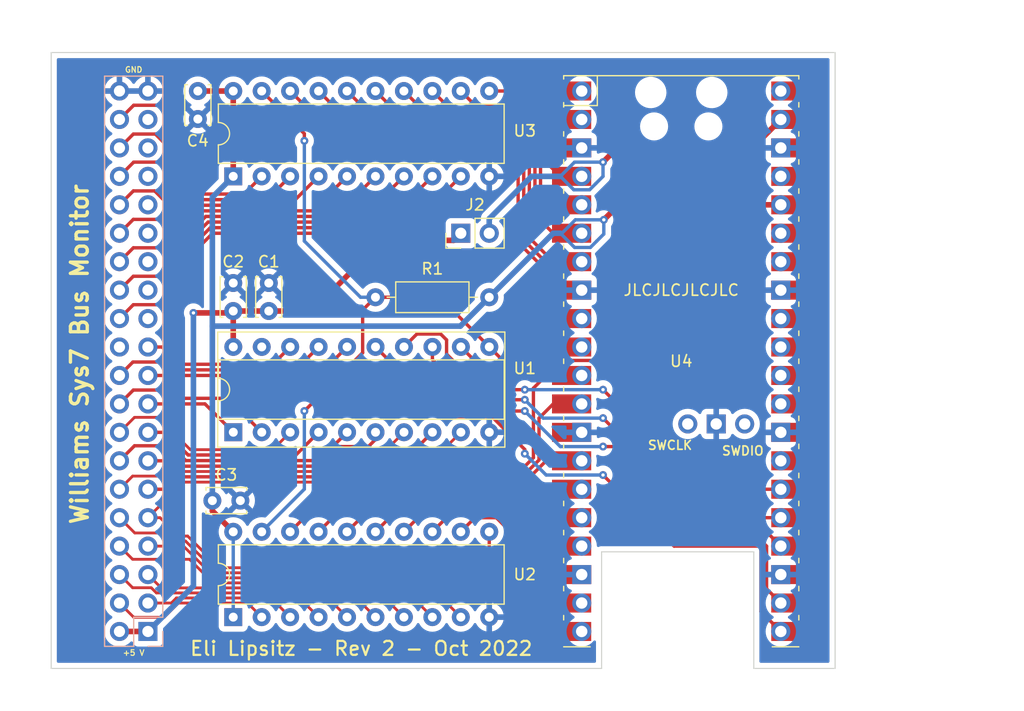
<source format=kicad_pcb>
(kicad_pcb (version 20211014) (generator pcbnew)
  (layers (0 "F.Cu" signal) (31 "B.Cu" power) (34 "B.Paste" user) (35 "F.Paste" user) (36 "B.SilkS" user "B.Silkscreen") (37 "F.SilkS" user "F.Silkscreen") (38 "B.Mask" user) (39 "F.Mask" user) (44 "Edge.Cuts" user))
  (net 0 "")
  (net 2 "/3V-A9")
  (net 3 "/3V-CLK")
  (net 4 "/3V-A7")
  (net 5 "/3V-A8")
  (net 6 "/3V-A5")
  (net 7 "/3V-A6")
  (net 8 "/3V-A2")
  (net 9 "/3V-A3")
  (net 10 "/3V-A4")
  (net 11 "/3V-D1")
  (net 13 "/3V-D0")
  (net 14 "GND")
  (net 15 "+5V")
  (net 16 "+3.3V")
  (net 17 "/3V-D2")
  (net 19 "/~{OE}")
  (net 20 "/3V-D3")
  (net 21 "/3V-D4")
  (net 22 "/3V-WREN")
  (net 23 "/3V-D5")
  (net 24 "/3V-D6")
  (net 25 "/3V-D7")
  (net 28 "/3V-A0")
  (net 29 "/3V-A1")
  (net 30 "/5V-A1")
  (net 31 "/5V-A0")
  (net 32 "/5V-A3")
  (net 33 "/5V-A2")
  (net 34 "/5V-A5")
  (net 35 "/5V-A4")
  (net 36 "/5V-A7")
  (net 37 "/5V-A6")
  (net 38 "/5V-A9")
  (net 39 "/5V-A8")
  (net 40 "/5V-A11")
  (net 41 "/5V-A10")
  (net 42 "/5V-A13")
  (net 43 "/5V-A12")
  (net 44 "/5V-A15")
  (net 45 "/5V-A14")
  (net 46 "/5V-CLK")
  (net 47 "/5V-R{slash}~{W}")
  (net 48 "/5V-VMA")
  (net 49 "/5V-~{RESET}")
  (net 51 "/5V-D0")
  (net 53 "/5V-D1")
  (net 55 "/5V-D2")
  (net 57 "/5V-D3")
  (net 59 "/5V-D4")
  (net 61 "/5V-D5")
  (net 63 "/5V-D6")
  (net 65 "/5V-D7")
  (net 73 "Net-(J2-Pad2)")
  (footprint "MCU_RaspberryPi_and_Boards:RPi_PicoW_SMD_TH" (layer "F.Cu") (at 100.965 92.71)
    (fp_text reference "U4")
    (fp_text value "Pico")
  )
  (footprint "Package_DIP:DIP-20_W7.62mm" (layer "F.Cu") (at 60.96 115.56 90)
    (fp_text reference "U2")
    (fp_text value "74LVC245A")
  )
  (footprint "Connector_PinHeader_2.54mm:PinHeader_1x02_P2.54mm_Vertical" (layer "F.Cu") (at 81.28 81.28 90)
    (fp_text reference "J2")
    (fp_text value "Conn_01x02")
  )
  (footprint "Package_DIP:DIP-20_W7.62mm" (layer "F.Cu") (at 60.96 76.2 90)
    (fp_text reference "U3")
    (fp_text value "74LVC245A")
  )
  (footprint "Capacitor_THT:C_Disc_D3.4mm_W2.1mm_P2.50mm" (layer "F.Cu") (at 57.8 68.58 -90)
    (fp_text reference "C4")
    (fp_text value "100n")
  )
  (footprint "Capacitor_THT:C_Disc_D3.4mm_W2.1mm_P2.50mm" (layer "F.Cu") (at 60.96 88.225 90)
    (fp_text reference "C2")
    (fp_text value "100n")
  )
  (footprint "Capacitor_THT:C_Disc_D3.4mm_W2.1mm_P2.50mm" (layer "F.Cu") (at 59.095 105.156)
    (fp_text reference "C3")
    (fp_text value "100n")
  )
  (footprint "Resistor_THT:R_Axial_DIN0207_L6.3mm_D2.5mm_P10.16mm_Horizontal" (layer "F.Cu") (at 83.82 86.995 180)
    (fp_text reference "R1")
    (fp_text value "10k")
  )
  (footprint "Package_DIP:DIP-20_W7.62mm_Socket" (layer "F.Cu") (at 60.965 99.05 90)
    (fp_text reference "U1")
    (fp_text value "GAL16V8")
  )
  (footprint "Capacitor_THT:C_Disc_D3.4mm_W2.1mm_P2.50mm" (layer "F.Cu") (at 64.135 88.225 90)
    (fp_text reference "C1")
    (fp_text value "100n")
  )
  (footprint "Connector_PinSocket_2.54mm:PinSocket_2x20_P2.54mm_Vertical" (layer "B.Cu") (at 53.34 116.84)
    (fp_text reference "J1")
    (fp_text value "Header")
  )
  (gr_line (start 44.704 65.142) (end 114.704 65.142) (layer "Edge.Cuts") (width 0.1))
  (gr_line (start 114.704 65.142) (end 114.704 120.142) (layer "Edge.Cuts") (width 0.1))
  (gr_line (start 114.704 120.142) (end 107.442 120.142) (layer "Edge.Cuts") (width 0.1))
  (gr_line (start 93.853 120.142) (end 44.704 120.142) (layer "Edge.Cuts") (width 0.1))
  (gr_line (start 107.442 109.728) (end 107.442 120.142) (layer "Edge.Cuts") (width 0.1))
  (gr_line (start 93.853 109.728) (end 107.442 109.728) (layer "Edge.Cuts") (width 0.1))
  (gr_line (start 44.704 120.142) (end 44.704 65.142) (layer "Edge.Cuts") (width 0.1))
  (gr_line (start 93.853 120.142) (end 93.853 109.728) (layer "Edge.Cuts") (width 0.1))
  (gr_text "JLCJLCJLCJLC" (at 100.965 86.36) (layer "F.SilkS") (effects (font (size 1 1))))
  (gr_text "GND" (at 52.07 66.675) (layer "F.SilkS") (effects (font (size 0.5 0.5) (thickness 0.1))))
  (gr_text "+5 V" (at 52.07 118.745) (layer "F.SilkS") (effects (font (size 0.5 0.5) (thickness 0.1))))
  (gr_text "Eli Lipsitz - Rev 2 - Oct 2022" (at 72.39 118.364) (layer "F.SilkS") (effects (font (size 1.25 1.25) (thickness 0.2))))
  (gr_text "Williams Sys7 Bus Monitor" (at 47.244 92.075 90) (layer "F.SilkS") (effects (font (size 1.5 1.5) (thickness 0.3))))
  (segment (start 103.64 108.72) (end 108.085 108.72) (width 0.3) (layer "F.Cu") (net 2))
  (segment (start 78.745 92.56137) (end 83.33863 97.155) (width 0.3) (layer "F.Cu") (net 2))
  (segment (start 93.98 100.33) (end 95.25 100.33) (width 0.3) (layer "F.Cu") (net 2))
  (segment (start 95.25 100.33) (end 103.64 108.72) (width 0.3) (layer "F.Cu") (net 2))
  (segment (start 108.585 109.22) (end 108.585 113.03) (width 0.3) (layer "F.Cu") (net 2))
  (segment (start 83.33863 97.155) (end 86.995 97.155) (width 0.3) (layer "F.Cu") (net 2))
  (segment (start 108.585 113.03) (end 109.855 114.3) (width 0.3) (layer "F.Cu") (net 2))
  (segment (start 108.085 108.72) (end 108.585 109.22) (width 0.3) (layer "F.Cu") (net 2))
  (segment (start 78.745 91.43) (end 78.745 92.56137) (width 0.3) (layer "F.Cu") (net 2))
  (via (at 93.98 100.33) (size 0.7) (drill 0.3) (layers "F.Cu" "B.Cu") (net 2))
  (via (at 86.995 97.155) (size 0.7) (drill 0.3) (layers "F.Cu" "B.Cu") (net 2))
  (segment (start 86.995 97.155) (end 90.17 100.33) (width 0.3) (layer "B.Cu") (net 2))
  (segment (start 90.17 100.33) (end 93.98 100.33) (width 0.3) (layer "B.Cu") (net 2))
  (segment (start 76.205 91.43) (end 77.355 90.28) (width 0.3) (layer "F.Cu") (net 3))
  (segment (start 108.585 107.95) (end 109.855 109.22) (width 0.3) (layer "F.Cu") (net 3))
  (segment (start 77.355 90.28) (end 79.485 90.28) (width 0.3) (layer "F.Cu") (net 3))
  (segment (start 80.01 92.075) (end 84.084503 96.149503) (width 0.3) (layer "F.Cu") (net 3))
  (segment (start 93.98 97.79) (end 104.14 107.95) (width 0.3) (layer "F.Cu") (net 3))
  (segment (start 84.084503 96.149503) (end 86.995 96.149503) (width 0.3) (layer "F.Cu") (net 3))
  (segment (start 104.14 107.95) (end 108.585 107.95) (width 0.3) (layer "F.Cu") (net 3))
  (segment (start 80.01 90.805) (end 80.01 92.075) (width 0.3) (layer "F.Cu") (net 3))
  (segment (start 79.485 90.28) (end 80.01 90.805) (width 0.3) (layer "F.Cu") (net 3))
  (via (at 86.995 96.149503) (size 0.7) (drill 0.3) (layers "F.Cu" "B.Cu") (net 3))
  (via (at 93.98 97.79) (size 0.7) (drill 0.3) (layers "F.Cu" "B.Cu") (net 3))
  (segment (start 86.995 96.149503) (end 88.635497 97.79) (width 0.3) (layer "B.Cu") (net 3))
  (segment (start 88.635497 97.79) (end 93.98 97.79) (width 0.3) (layer "B.Cu") (net 3))
  (segment (start 88.265 116.205) (end 88.9 116.84) (width 0.3) (layer "F.Cu") (net 4))
  (segment (start 83.82 110.245) (end 88.265 114.69) (width 0.3) (layer "F.Cu") (net 4))
  (segment (start 88.265 114.69) (end 88.265 116.205) (width 0.3) (layer "F.Cu") (net 4))
  (segment (start 83.82 107.94) (end 83.82 110.245) (width 0.3) (layer "F.Cu") (net 4))
  (segment (start 88.9 116.84) (end 92.075 116.84) (width 0.3) (layer "F.Cu") (net 4))
  (segment (start 79.89 97.655) (end 84.056346 97.655) (width 0.3) (layer "F.Cu") (net 5))
  (segment (start 93.98 102.87) (end 100.33 109.22) (width 0.3) (layer "F.Cu") (net 5))
  (segment (start 108.085 109.427106) (end 108.085 115.07) (width 0.3) (layer "F.Cu") (net 5))
  (segment (start 108.085 115.07) (end 109.855 116.84) (width 0.3) (layer "F.Cu") (net 5))
  (segment (start 100.33 109.22) (end 107.877894 109.22) (width 0.3) (layer "F.Cu") (net 5))
  (segment (start 73.665 91.43) (end 79.89 97.655) (width 0.3) (layer "F.Cu") (net 5))
  (segment (start 86.995 100.593654) (end 86.995 100.965) (width 0.3) (layer "F.Cu") (net 5))
  (segment (start 107.877894 109.22) (end 108.085 109.427106) (width 0.3) (layer "F.Cu") (net 5))
  (segment (start 84.056346 97.655) (end 86.995 100.593654) (width 0.3) (layer "F.Cu") (net 5))
  (via (at 86.995 100.965) (size 0.7) (drill 0.3) (layers "F.Cu" "B.Cu") (net 5))
  (via (at 93.98 102.87) (size 0.7) (drill 0.3) (layers "F.Cu" "B.Cu") (net 5))
  (segment (start 86.995 100.965) (end 88.9 102.87) (width 0.3) (layer "B.Cu") (net 5))
  (segment (start 88.9 102.87) (end 93.98 102.87) (width 0.3) (layer "B.Cu") (net 5))
  (segment (start 80.5 106.18) (end 84.662106 106.18) (width 0.3) (layer "F.Cu") (net 6))
  (segment (start 84.662106 106.18) (end 87.702107 109.22) (width 0.3) (layer "F.Cu") (net 6))
  (segment (start 78.74 107.94) (end 80.5 106.18) (width 0.3) (layer "F.Cu") (net 6))
  (segment (start 87.702107 109.22) (end 92.075 109.22) (width 0.3) (layer "F.Cu") (net 6))
  (segment (start 85.883553 108.108553) (end 85.883553 111.601447) (width 0.3) (layer "F.Cu") (net 7))
  (segment (start 85.883553 111.601447) (end 88.582106 114.3) (width 0.3) (layer "F.Cu") (net 7))
  (segment (start 84.455 106.68) (end 85.883553 108.108553) (width 0.3) (layer "F.Cu") (net 7))
  (segment (start 88.582106 114.3) (end 92.075 114.3) (width 0.3) (layer "F.Cu") (net 7))
  (segment (start 82.54 106.68) (end 84.455 106.68) (width 0.3) (layer "F.Cu") (net 7))
  (segment (start 82.54 106.68) (end 81.28 107.94) (width 0.3) (layer "F.Cu") (net 7))
  (segment (start 71.12 107.94) (end 74.38 104.68) (width 0.3) (layer "F.Cu") (net 8))
  (segment (start 85.82 104.68) (end 88.9 101.6) (width 0.3) (layer "F.Cu") (net 8))
  (segment (start 88.9 101.6) (end 92.075 101.6) (width 0.3) (layer "F.Cu") (net 8))
  (segment (start 74.38 104.68) (end 85.82 104.68) (width 0.3) (layer "F.Cu") (net 8))
  (segment (start 87.225 105.18) (end 88.265 104.14) (width 0.3) (layer "F.Cu") (net 9))
  (segment (start 73.66 107.94) (end 76.42 105.18) (width 0.3) (layer "F.Cu") (net 9))
  (segment (start 76.42 105.18) (end 87.225 105.18) (width 0.3) (layer "F.Cu") (net 9))
  (segment (start 88.265 104.14) (end 92.075 104.14) (width 0.3) (layer "F.Cu") (net 9))
  (segment (start 84.869213 105.68) (end 85.869213 106.68) (width 0.3) (layer "F.Cu") (net 10))
  (segment (start 85.869213 106.68) (end 92.075 106.68) (width 0.3) (layer "F.Cu") (net 10))
  (segment (start 76.2 107.94) (end 78.46 105.68) (width 0.3) (layer "F.Cu") (net 10))
  (segment (start 78.46 105.68) (end 84.869213 105.68) (width 0.3) (layer "F.Cu") (net 10))
  (segment (start 87.63 69.85) (end 88.9 71.12) (width 0.3) (layer "F.Cu") (net 11))
  (segment (start 88.9 71.12) (end 92.075 71.12) (width 0.3) (layer "F.Cu") (net 11))
  (segment (start 82.55 69.85) (end 87.63 69.85) (width 0.3) (layer "F.Cu") (net 11))
  (segment (start 81.28 68.58) (end 82.55 69.85) (width 0.3) (layer "F.Cu") (net 11))
  (segment (start 83.82 68.58) (end 92.075 68.58) (width 0.3) (layer "F.Cu") (net 13))
  (segment (start 60.96 88.225) (end 64.135 88.225) (width 0.5) (layer "F.Cu") (net 15))
  (segment (start 64.135 88.225) (end 67.985 88.225) (width 0.5) (layer "F.Cu") (net 15))
  (segment (start 60.793 88.392) (end 60.96 88.225) (width 0.5) (layer "F.Cu") (net 15))
  (segment (start 57.404 88.392) (end 60.793 88.392) (width 0.5) (layer "F.Cu") (net 15))
  (segment (start 60.96 88.225) (end 60.96 91.425) (width 0.5) (layer "F.Cu") (net 15))
  (segment (start 67.985 88.225) (end 74.295 81.915) (width 0.5) (layer "F.Cu") (net 15))
  (segment (start 60.96 91.425) (end 60.965 91.43) (width 0.5) (layer "F.Cu") (net 15))
  (segment (start 50.8 116.84) (end 53.34 116.84) (width 0.5) (layer "F.Cu") (net 15))
  (segment (start 74.295 81.915) (end 80.645 81.915) (width 0.5) (layer "F.Cu") (net 15))
  (segment (start 80.645 81.915) (end 81.28 81.28) (width 0.5) (layer "F.Cu") (net 15))
  (via (at 57.404 88.392) (size 0.7) (drill 0.3) (layers "F.Cu" "B.Cu") (net 15))
  (segment (start 57.404 112.776) (end 57.404 88.392) (width 0.5) (layer "B.Cu") (net 15))
  (segment (start 53.34 116.84) (end 57.404 112.776) (width 0.5) (layer "B.Cu") (net 15))
  (segment (start 60.96 74.168) (end 60.96 68.58) (width 0.5) (layer "F.Cu") (net 16))
  (segment (start 95.39 78.74) (end 94.05 80.08) (width 0.5) (layer "F.Cu") (net 16))
  (segment (start 60.96 74.168) (end 60.96 76.2) (width 0.5) (layer "F.Cu") (net 16))
  (segment (start 59.095 106.075) (end 60.96 107.94) (width 0.5) (layer "F.Cu") (net 16))
  (segment (start 109.855 78.74) (end 95.39 78.74) (width 0.5) (layer "F.Cu") (net 16))
  (segment (start 59.095 105.156) (end 59.095 106.075) (width 0.5) (layer "F.Cu") (net 16))
  (segment (start 57.912 68.58) (end 60.96 68.58) (width 0.5) (layer "F.Cu") (net 16))
  (via (at 94.05 80.08) (size 0.7) (drill 0.3) (layers "F.Cu" "B.Cu") (net 16))
  (segment (start 89.535 81.28) (end 90.17 81.28) (width 0.5) (layer "B.Cu") (net 16))
  (segment (start 90.24 81.35) (end 91.51 80.08) (width 0.3) (layer "B.Cu") (net 16))
  (segment (start 91.51 80.08) (end 94.05 80.08) (width 0.3) (layer "B.Cu") (net 16))
  (segment (start 59.095 78.065) (end 59.095 89.575) (width 0.5) (layer "B.Cu") (net 16))
  (segment (start 59.095 89.575) (end 81.24 89.575) (width 0.5) (layer "B.Cu") (net 16))
  (segment (start 94.05 81.35) (end 94.05 80.08) (width 0.3) (layer "B.Cu") (net 16))
  (segment (start 93.415 81.985) (end 94.05 81.35) (width 0.3) (layer "B.Cu") (net 16))
  (segment (start 92.85 82.55) (end 93.415 81.985) (width 0.3) (layer "B.Cu") (net 16))
  (segment (start 81.24 89.575) (end 83.82 86.995) (width 0.5) (layer "B.Cu") (net 16))
  (segment (start 83.82 86.995) (end 89.535 81.28) (width 0.5) (layer "B.Cu") (net 16))
  (segment (start 91.44 82.55) (end 92.85 82.55) (width 0.3) (layer "B.Cu") (net 16))
  (segment (start 60.96 107.94) (end 60.96 115.56) (width 0.3) (layer "B.Cu") (net 16))
  (segment (start 59.095 89.575) (end 59.095 105.156) (width 0.5) (layer "B.Cu") (net 16))
  (segment (start 90.24 81.35) (end 91.44 82.55) (width 0.3) (layer "B.Cu") (net 16))
  (segment (start 60.96 76.2) (end 59.095 78.065) (width 0.5) (layer "B.Cu") (net 16))
  (segment (start 88.9 71.827106) (end 88.9 74.93) (width 0.3) (layer "F.Cu") (net 17))
  (segment (start 80.51 70.35) (end 87.422894 70.35) (width 0.3) (layer "F.Cu") (net 17))
  (segment (start 90.17 76.2) (end 92.075 76.2) (width 0.3) (layer "F.Cu") (net 17))
  (segment (start 87.422894 70.35) (end 88.9 71.827106) (width 0.3) (layer "F.Cu") (net 17))
  (segment (start 88.9 74.93) (end 90.17 76.2) (width 0.3) (layer "F.Cu") (net 17))
  (segment (start 78.74 68.58) (end 80.51 70.35) (width 0.3) (layer "F.Cu") (net 17))
  (segment (start 104.635 104.14) (end 109.855 104.14) (width 0.3) (layer "F.Cu") (net 19))
  (segment (start 83.825 91.43) (end 79.39 86.995) (width 0.3) (layer "F.Cu") (net 19))
  (segment (start 67.31 73.025) (end 67.31 72.39) (width 0.3) (layer "F.Cu") (net 19))
  (segment (start 67.31 72.39) (end 63.5 68.58) (width 0.3) (layer "F.Cu") (net 19))
  (segment (start 72.515 91.95) (end 72.515 88.14) (width 0.3) (layer "F.Cu") (net 19))
  (segment (start 85.035 92.64) (end 93.135 92.64) (width 0.3) (layer "F.Cu") (net 19))
  (segment (start 85.035 92.64) (end 83.825 91.43) (width 0.3) (layer "F.Cu") (net 19))
  (segment (start 72.515 88.14) (end 73.66 86.995) (width 0.3) (layer "F.Cu") (net 19))
  (segment (start 93.135 92.64) (end 104.635 104.14) (width 0.3) (layer "F.Cu") (net 19))
  (segment (start 67.31 97.155) (end 72.515 91.95) (width 0.3) (layer "F.Cu") (net 19))
  (segment (start 79.39 86.995) (end 73.66 86.995) (width 0.3) (layer "F.Cu") (net 19))
  (via (at 67.31 73.025) (size 0.7) (drill 0.3) (layers "F.Cu" "B.Cu") (net 19))
  (via (at 67.31 97.155) (size 0.7) (drill 0.3) (layers "F.Cu" "B.Cu") (net 19))
  (segment (start 63.5 107.94) (end 67.31 104.13) (width 0.3) (layer "B.Cu") (net 19))
  (segment (start 67.31 104.13) (end 67.31 97.155) (width 0.3) (layer "B.Cu") (net 19))
  (segment (start 67.31 81.9795) (end 67.31 73.025) (width 0.3) (layer "B.Cu") (net 19))
  (segment (start 72.3255 86.995) (end 73.66 86.995) (width 0.3) (layer "B.Cu") (net 19))
  (segment (start 67.31 81.9795) (end 72.3255 86.995) (width 0.3) (layer "B.Cu") (net 19))
  (segment (start 88.4 77.605) (end 89.535 78.74) (width 0.3) (layer "F.Cu") (net 20))
  (segment (start 88.4 72.034212) (end 88.4 77.605) (width 0.3) (layer "F.Cu") (net 20))
  (segment (start 76.2 68.58) (end 78.47 70.85) (width 0.3) (layer "F.Cu") (net 20))
  (segment (start 78.47 70.85) (end 87.215788 70.85) (width 0.3) (layer "F.Cu") (net 20))
  (segment (start 87.215788 70.85) (end 88.4 72.034212) (width 0.3) (layer "F.Cu") (net 20))
  (segment (start 87.008682 71.35) (end 87.9 72.241318) (width 0.3) (layer "F.Cu") (net 21))
  (segment (start 73.66 68.58) (end 76.43 71.35) (width 0.3) (layer "F.Cu") (net 21))
  (segment (start 76.43 71.35) (end 87.008682 71.35) (width 0.3) (layer "F.Cu") (net 21))
  (segment (start 87.9 72.241318) (end 87.9 79.645) (width 0.3) (layer "F.Cu") (net 21))
  (segment (start 87.9 79.645) (end 89.535 81.28) (width 0.3) (layer "F.Cu") (net 21))
  (segment (start 85.105 95.25) (end 86.995 95.25) (width 0.3) (layer "F.Cu") (net 22))
  (segment (start 103.577106 106.68) (end 109.855 106.68) (width 0.3) (layer "F.Cu") (net 22))
  (segment (start 93.98 95.25) (end 95.286053 96.556053) (width 0.3) (layer "F.Cu") (net 22))
  (segment (start 95.286053 98.388947) (end 103.577106 106.68) (width 0.3) (layer "F.Cu") (net 22))
  (segment (start 81.285 91.43) (end 85.105 95.25) (width 0.3) (layer "F.Cu") (net 22))
  (segment (start 95.286053 96.556053) (end 95.286053 98.388947) (width 0.3) (layer "F.Cu") (net 22))
  (via (at 93.98 95.25) (size 0.7) (drill 0.3) (layers "F.Cu" "B.Cu") (net 22))
  (via (at 86.995 95.25) (size 0.7) (drill 0.3) (layers "F.Cu" "B.Cu") (net 22))
  (segment (start 86.995 95.25) (end 93.98 95.25) (width 0.3) (layer "B.Cu") (net 22))
  (segment (start 87.4 81.685) (end 89.535 83.82) (width 0.3) (layer "F.Cu") (net 23))
  (segment (start 74.39 71.85) (end 86.801576 71.85) (width 0.3) (layer "F.Cu") (net 23))
  (segment (start 71.12 68.58) (end 74.39 71.85) (width 0.3) (layer "F.Cu") (net 23))
  (segment (start 86.801576 71.85) (end 87.4 72.448424) (width 0.3) (layer "F.Cu") (net 23))
  (segment (start 87.4 72.448424) (end 87.4 81.685) (width 0.3) (layer "F.Cu") (net 23))
  (segment (start 72.39 72.39) (end 86.36 72.39) (width 0.3) (layer "F.Cu") (net 24))
  (segment (start 88.9 88.265) (end 89.535 88.9) (width 0.3) (layer "F.Cu") (net 24))
  (segment (start 68.58 68.58) (end 72.39 72.39) (width 0.3) (layer "F.Cu") (net 24))
  (segment (start 86.36 72.39) (end 86.9 72.93) (width 0.3) (layer "F.Cu") (net 24))
  (segment (start 88.9 83.892106) (end 88.9 88.265) (width 0.3) (layer "F.Cu") (net 24))
  (segment (start 89.535 88.9) (end 92.075 88.9) (width 0.3) (layer "F.Cu") (net 24))
  (segment (start 86.9 81.892106) (end 88.9 83.892106) (width 0.3) (layer "F.Cu") (net 24))
  (segment (start 86.9 72.93) (end 86.9 81.892106) (width 0.3) (layer "F.Cu") (net 24))
  (segment (start 89.535 91.44) (end 92.075 91.44) (width 0.3) (layer "F.Cu") (net 25))
  (segment (start 86.4 82.099212) (end 88.4 84.099212) (width 0.3) (layer "F.Cu") (net 25))
  (segment (start 86.4 73.137106) (end 86.4 82.099212) (width 0.3) (layer "F.Cu") (net 25))
  (segment (start 86.152894 72.89) (end 86.4 73.137106) (width 0.3) (layer "F.Cu") (net 25))
  (segment (start 88.4 84.099212) (end 88.4 90.305) (width 0.3) (layer "F.Cu") (net 25))
  (segment (start 70.35 72.89) (end 86.152894 72.89) (width 0.3) (layer "F.Cu") (net 25))
  (segment (start 88.4 90.305) (end 89.535 91.44) (width 0.3) (layer "F.Cu") (net 25))
  (segment (start 66.04 68.58) (end 70.35 72.89) (width 0.3) (layer "F.Cu") (net 25))
  (segment (start 88.9 93.98) (end 92.075 93.98) (width 0.3) (layer "F.Cu") (net 28))
  (segment (start 87.765 95.115) (end 88.9 93.98) (width 0.3) (layer "F.Cu") (net 28))
  (segment (start 85.405788 103.68) (end 87.765 101.320788) (width 0.3) (layer "F.Cu") (net 28))
  (segment (start 87.765 101.320788) (end 87.765 95.115) (width 0.3) (layer "F.Cu") (net 28))
  (segment (start 66.04 107.94) (end 70.3 103.68) (width 0.3) (layer "F.Cu") (net 28))
  (segment (start 70.3 103.68) (end 85.405788 103.68) (width 0.3) (layer "F.Cu") (net 28))
  (segment (start 68.58 107.94) (end 72.34 104.18) (width 0.3) (layer "F.Cu") (net 29))
  (segment (start 72.34 104.18) (end 85.612894 104.18) (width 0.3) (layer "F.Cu") (net 29))
  (segment (start 88.265 101.527894) (end 88.265 97.79) (width 0.3) (layer "F.Cu") (net 29))
  (segment (start 88.265 97.79) (end 89.535 96.52) (width 0.3) (layer "F.Cu") (net 29))
  (segment (start 85.612894 104.18) (end 88.265 101.527894) (width 0.3) (layer "F.Cu") (net 29))
  (segment (start 89.535 96.52) (end 92.075 96.52) (width 0.3) (layer "F.Cu") (net 29))
  (segment (start 64.33 113.85) (end 66.04 115.56) (width 0.25) (layer "F.Cu") (net 30))
  (segment (start 55.43 114.3) (end 55.88 113.85) (width 0.25) (layer "F.Cu") (net 30))
  (segment (start 55.88 113.85) (end 64.33 113.85) (width 0.25) (layer "F.Cu") (net 30))
  (segment (start 53.34 114.3) (end 55.43 114.3) (width 0.25) (layer "F.Cu") (net 30))
  (segment (start 54.792118 115.574278) (end 56.066396 114.3) (width 0.25) (layer "F.Cu") (net 31))
  (segment (start 52.074278 115.574278) (end 54.792118 115.574278) (width 0.25) (layer "F.Cu") (net 31))
  (segment (start 62.23 114.3) (end 62.24 114.3) (width 0.25) (layer "F.Cu") (net 31))
  (segment (start 50.8 114.3) (end 52.074278 115.574278) (width 0.25) (layer "F.Cu") (net 31))
  (segment (start 62.24 114.3) (end 63.5 115.56) (width 0.25) (layer "F.Cu") (net 31))
  (segment (start 56.066396 114.3) (end 62.23 114.3) (width 0.25) (layer "F.Cu") (net 31))
  (segment (start 54.53 112.95) (end 53.34 111.76) (width 0.25) (layer "F.Cu") (net 32))
  (segment (start 61.04 112.95) (end 68.51 112.95) (width 0.25) (layer "F.Cu") (net 32))
  (segment (start 68.51 112.95) (end 71.12 115.56) (width 0.25) (layer "F.Cu") (net 32))
  (segment (start 61.04 112.95) (end 54.53 112.95) (width 0.25) (layer "F.Cu") (net 32))
  (segment (start 54.101701 113.4) (end 53.636701 112.935) (width 0.25) (layer "F.Cu") (net 33))
  (segment (start 51.975 112.935) (end 50.8 111.76) (width 0.25) (layer "F.Cu") (net 33))
  (segment (start 56.145 113.4) (end 66.42 113.4) (width 0.25) (layer "F.Cu") (net 33))
  (segment (start 56.145 113.4) (end 54.101701 113.4) (width 0.25) (layer "F.Cu") (net 33))
  (segment (start 53.636701 112.935) (end 51.975 112.935) (width 0.25) (layer "F.Cu") (net 33))
  (segment (start 66.42 113.4) (end 68.58 115.56) (width 0.25) (layer "F.Cu") (net 33))
  (segment (start 72.69 112.05) (end 76.2 115.56) (width 0.25) (layer "F.Cu") (net 34))
  (segment (start 56.516396 109.22) (end 53.34 109.22) (width 0.25) (layer "F.Cu") (net 34))
  (segment (start 70.14 112.05) (end 72.69 112.05) (width 0.25) (layer "F.Cu") (net 34))
  (segment (start 59.346396 112.05) (end 56.516396 109.22) (width 0.25) (layer "F.Cu") (net 34))
  (segment (start 70.14 112.05) (end 59.346396 112.05) (width 0.25) (layer "F.Cu") (net 34))
  (segment (start 62.335 112.5) (end 59.16 112.5) (width 0.25) (layer "F.Cu") (net 35))
  (segment (start 57.055 110.395) (end 51.975 110.395) (width 0.25) (layer "F.Cu") (net 35))
  (segment (start 51.975 110.395) (end 50.8 109.22) (width 0.25) (layer "F.Cu") (net 35))
  (segment (start 70.6 112.5) (end 73.66 115.56) (width 0.25) (layer "F.Cu") (net 35))
  (segment (start 59.16 112.5) (end 57.055 110.395) (width 0.25) (layer "F.Cu") (net 35))
  (segment (start 62.335 112.5) (end 70.6 112.5) (width 0.25) (layer "F.Cu") (net 35))
  (segment (start 76.87 111.15) (end 81.28 115.56) (width 0.25) (layer "F.Cu") (net 36))
  (segment (start 56.515 103.505) (end 69.392363 103.505) (width 0.25) (layer "F.Cu") (net 36))
  (segment (start 53.34 106.68) (end 56.515 103.505) (width 0.25) (layer "F.Cu") (net 36))
  (segment (start 71.142362 101.755) (end 78.58 101.755) (width 0.25) (layer "F.Cu") (net 36))
  (segment (start 56.066396 108.32) (end 56.889188 108.32) (width 0.25) (layer "F.Cu") (net 36))
  (segment (start 59.719188 111.15) (end 73.635 111.15) (width 0.25) (layer "F.Cu") (net 36))
  (segment (start 73.635 111.15) (end 76.87 111.15) (width 0.25) (layer "F.Cu") (net 36))
  (segment (start 56.889188 108.32) (end 59.719188 111.15) (width 0.25) (layer "F.Cu") (net 36))
  (segment (start 54.426396 106.68) (end 56.066396 108.32) (width 0.25) (layer "F.Cu") (net 36))
  (segment (start 53.34 106.68) (end 54.426396 106.68) (width 0.25) (layer "F.Cu") (net 36))
  (segment (start 78.58 101.755) (end 81.285 99.05) (width 0.25) (layer "F.Cu") (net 36))
  (segment (start 69.392363 103.505) (end 71.142362 101.755) (width 0.25) (layer "F.Cu") (net 36))
  (segment (start 74.78 111.6) (end 78.74 115.56) (width 0.25) (layer "F.Cu") (net 37))
  (segment (start 55.88 108.77) (end 56.702792 108.77) (width 0.25) (layer "F.Cu") (net 37))
  (segment (start 72.865 111.6) (end 74.78 111.6) (width 0.25) (layer "F.Cu") (net 37))
  (segment (start 59.532792 111.6) (end 72.865 111.6) (width 0.25) (layer "F.Cu") (net 37))
  (segment (start 52.165 108.045) (end 55.155 108.045) (width 0.25) (layer "F.Cu") (net 37))
  (segment (start 50.8 106.68) (end 52.165 108.045) (width 0.25) (layer "F.Cu") (net 37))
  (segment (start 56.702792 108.77) (end 59.532792 111.6) (width 0.25) (layer "F.Cu") (net 37))
  (segment (start 55.155 108.045) (end 55.88 108.77) (width 0.25) (layer "F.Cu") (net 37))
  (segment (start 76.515 101.28) (end 78.745 99.05) (width 0.3) (layer "F.Cu") (net 38))
  (segment (start 69.195611 103.03) (end 70.94561 101.28) (width 0.3) (layer "F.Cu") (net 38))
  (segment (start 55.208249 104.14) (end 56.318249 103.03) (width 0.3) (layer "F.Cu") (net 38))
  (segment (start 56.318249 103.03) (end 69.195611 103.03) (width 0.3) (layer "F.Cu") (net 38))
  (segment (start 53.34 104.14) (end 55.208249 104.14) (width 0.3) (layer "F.Cu") (net 38))
  (segment (start 70.94561 101.28) (end 76.515 101.28) (width 0.3) (layer "F.Cu") (net 38))
  (segment (start 51.975 102.965) (end 55.711497 102.965) (width 0.25) (layer "F.Cu") (net 39))
  (segment (start 70.748858 100.805) (end 74.45 100.805) (width 0.25) (layer "F.Cu") (net 39))
  (segment (start 50.8 104.14) (end 51.975 102.965) (width 0.25) (layer "F.Cu") (net 39))
  (segment (start 68.998859 102.555) (end 70.748858 100.805) (width 0.25) (layer "F.Cu") (net 39))
  (segment (start 74.45 100.805) (end 76.205 99.05) (width 0.25) (layer "F.Cu") (net 39))
  (segment (start 55.711497 102.965) (end 56.121498 102.555) (width 0.25) (layer "F.Cu") (net 39))
  (segment (start 56.121498 102.555) (end 68.998859 102.555) (width 0.25) (layer "F.Cu") (net 39))
  (segment (start 70.552106 100.33) (end 73.025 100.33) (width 0.3) (layer "F.Cu") (net 40))
  (segment (start 73.665 99.69) (end 73.665 99.05) (width 0.3) (layer "F.Cu") (net 40))
  (segment (start 73.025 100.33) (end 73.665 99.69) (width 0.3) (layer "F.Cu") (net 40))
  (segment (start 56.515 102.08) (end 68.802107 102.08) (width 0.3) (layer "F.Cu") (net 40))
  (segment (start 56.035 101.6) (end 56.515 102.08) (width 0.3) (layer "F.Cu") (net 40))
  (segment (start 53.34 101.6) (end 56.035 101.6) (width 0.3) (layer "F.Cu") (net 40))
  (segment (start 68.802107 102.08) (end 70.552106 100.33) (width 0.3) (layer "F.Cu") (net 40))
  (segment (start 68.595 101.58) (end 71.125 99.05) (width 0.3) (layer "F.Cu") (net 41))
  (segment (start 55.245 100.965) (end 56.107107 100.965) (width 0.3) (layer "F.Cu") (net 41))
  (segment (start 56.722107 101.58) (end 68.595 101.58) (width 0.3) (layer "F.Cu") (net 41))
  (segment (start 52.14 100.26) (end 54.54 100.26) (width 0.3) (layer "F.Cu") (net 41))
  (segment (start 54.54 100.26) (end 55.245 100.965) (width 0.3) (layer "F.Cu") (net 41))
  (segment (start 56.107107 100.965) (end 56.722107 101.58) (width 0.3) (layer "F.Cu") (net 41))
  (segment (start 50.8 101.6) (end 52.14 100.26) (width 0.3) (layer "F.Cu") (net 41))
  (segment (start 56.929214 101.08) (end 66.555 101.08) (width 0.3) (layer "F.Cu") (net 42))
  (segment (start 54.909214 99.06) (end 56.929214 101.08) (width 0.3) (layer "F.Cu") (net 42))
  (segment (start 53.34 99.06) (end 54.909214 99.06) (width 0.3) (layer "F.Cu") (net 42))
  (segment (start 66.555 101.08) (end 68.585 99.05) (width 0.3) (layer "F.Cu") (net 42))
  (segment (start 50.8 99.06) (end 52.14 97.72) (width 0.25) (layer "F.Cu") (net 43))
  (segment (start 57.125966 100.605) (end 64.49 100.605) (width 0.25) (layer "F.Cu") (net 43))
  (segment (start 52.14 97.72) (end 54.240966 97.72) (width 0.25) (layer "F.Cu") (net 43))
  (segment (start 64.49 100.605) (end 66.045 99.05) (width 0.25) (layer "F.Cu") (net 43))
  (segment (start 54.240966 97.72) (end 57.125966 100.605) (width 0.25) (layer "F.Cu") (net 43))
  (segment (start 58.435 96.52) (end 60.965 99.05) (width 0.3) (layer "F.Cu") (net 44))
  (segment (start 53.34 96.52) (end 58.435 96.52) (width 0.3) (layer "F.Cu") (net 44))
  (segment (start 50.8 96.52) (end 52.038923 95.281077) (width 0.3) (layer "F.Cu") (net 45))
  (segment (start 52.038923 95.281077) (end 55.141077 95.281077) (width 0.3) (layer "F.Cu") (net 45))
  (segment (start 60.475 96.02) (end 63.505 99.05) (width 0.3) (layer "F.Cu") (net 45))
  (segment (start 55.88 96.02) (end 60.475 96.02) (width 0.3) (layer "F.Cu") (net 45))
  (segment (start 55.141077 95.281077) (end 55.88 96.02) (width 0.3) (layer "F.Cu") (net 45))
  (segment (start 68.575 93.98) (end 71.125 91.43) (width 0.3) (layer "F.Cu") (net 46))
  (segment (start 53.34 93.98) (end 68.575 93.98) (width 0.3) (layer "F.Cu") (net 46))
  (segment (start 50.8 93.98) (end 52 92.78) (width 0.3) (layer "F.Cu") (net 47))
  (segment (start 66.535 93.48) (end 68.585 91.43) (width 0.3) (layer "F.Cu") (net 47))
  (segment (start 55.74 93.48) (end 66.535 93.48) (width 0.3) (layer "F.Cu") (net 47))
  (segment (start 52 92.78) (end 55.04 92.78) (width 0.3) (layer "F.Cu") (net 47))
  (segment (start 55.04 92.78) (end 55.74 93.48) (width 0.3) (layer "F.Cu") (net 47))
  (segment (start 54.61 91.44) (end 56.15 92.98) (width 0.3) (layer "F.Cu") (net 48))
  (segment (start 56.15 92.98) (end 64.495 92.98) (width 0.3) (layer "F.Cu") (net 48))
  (segment (start 53.34 91.44) (end 54.61 91.44) (width 0.3) (layer "F.Cu") (net 48))
  (segment (start 64.495 92.98) (end 66.045 91.43) (width 0.3) (layer "F.Cu") (net 48))
  (segment (start 52.038923 87.661077) (end 54.578923 87.661077) (width 0.3) (layer "F.Cu") (net 51))
  (segment (start 59.127106 81.28) (end 76.2 81.28) (width 0.3) (layer "F.Cu") (net 51))
  (segment (start 50.8 88.9) (end 52.038923 87.661077) (width 0.3) (layer "F.Cu") (net 51))
  (segment (start 76.2 81.28) (end 81.28 76.2) (width 0.3) (layer "F.Cu") (net 51))
  (segment (start 55.88 84.527106) (end 59.127106 81.28) (width 0.3) (layer "F.Cu") (net 51))
  (segment (start 54.578923 87.661077) (end 55.88 86.36) (width 0.3) (layer "F.Cu") (net 51))
  (segment (start 55.88 86.36) (end 55.88 84.527106) (width 0.3) (layer "F.Cu") (net 51))
  (segment (start 52.038923 85.121077) (end 54.578923 85.121077) (width 0.3) (layer "F.Cu") (net 53))
  (segment (start 58.92 80.78) (end 74.16 80.78) (width 0.3) (layer "F.Cu") (net 53))
  (segment (start 74.16 80.78) (end 78.74 76.2) (width 0.3) (layer "F.Cu") (net 53))
  (segment (start 54.578923 85.121077) (end 58.92 80.78) (width 0.3) (layer "F.Cu") (net 53))
  (segment (start 50.8 86.36) (end 52.038923 85.121077) (width 0.3) (layer "F.Cu") (net 53))
  (segment (start 72.12 80.28) (end 76.2 76.2) (width 0.3) (layer "F.Cu") (net 55))
  (segment (start 50.8 83.82) (end 52.038923 82.581077) (width 0.3) (layer "F.Cu") (net 55))
  (segment (start 58.712894 80.28) (end 72.12 80.28) (width 0.3) (layer "F.Cu") (net 55))
  (segment (start 56.411817 82.581077) (end 58.712894 80.28) (width 0.3) (layer "F.Cu") (net 55))
  (segment (start 52.038923 82.581077) (end 56.411817 82.581077) (width 0.3) (layer "F.Cu") (net 55))
  (segment (start 52.038923 80.041077) (end 58.24471 80.041077) (width 0.3) (layer "F.Cu") (net 57))
  (segment (start 58.505787 79.78) (end 70.08 79.78) (width 0.3) (layer "F.Cu") (net 57))
  (segment (start 58.24471 80.041077) (end 58.505787 79.78) (width 0.3) (layer "F.Cu") (net 57))
  (segment (start 70.08 79.78) (end 73.66 76.2) (width 0.3) (layer "F.Cu") (net 57))
  (segment (start 50.8 81.28) (end 52.038923 80.041077) (width 0.3) (layer "F.Cu") (net 57))
  (segment (start 55.722846 79.28) (end 68.04 79.28) (width 0.3) (layer "F.Cu") (net 59))
  (segment (start 68.04 79.28) (end 71.12 76.2) (width 0.3) (layer "F.Cu") (net 59))
  (segment (start 52.038923 77.501077) (end 53.943923 77.501077) (width 0.3) (layer "F.Cu") (net 59))
  (segment (start 50.8 78.74) (end 52.038923 77.501077) (width 0.3) (layer "F.Cu") (net 59))
  (segment (start 53.943923 77.501077) (end 55.722846 79.28) (width 0.3) (layer "F.Cu") (net 59))
  (segment (start 52.07 74.93) (end 54.61 74.93) (width 0.3) (layer "F.Cu") (net 61))
  (segment (start 50.8 76.2) (end 52.07 74.93) (width 0.3) (layer "F.Cu") (net 61))
  (segment (start 54.61 74.93) (end 55.245 75.565) (width 0.3) (layer "F.Cu") (net 61))
  (segment (start 55.245 78.095048) (end 55.929952 78.78) (width 0.3) (layer "F.Cu") (net 61))
  (segment (start 55.245 75.565) (end 55.245 78.095048) (width 0.3) (layer "F.Cu") (net 61))
  (segment (start 66 78.78) (end 68.58 76.2) (width 0.3) (layer "F.Cu") (net 61))
  (segment (start 55.929952 78.78) (end 66 78.78) (width 0.3) (layer "F.Cu") (net 61))
  (segment (start 63.96 78.28) (end 66.04 76.2) (width 0.3) (layer "F.Cu") (net 63))
  (segment (start 54.006077 72.421077) (end 55.745 74.16) (width 0.3) (layer "F.Cu") (net 63))
  (segment (start 52.038923 72.421077) (end 54.006077 72.421077) (width 0.3) (layer "F.Cu") (net 63))
  (segment (start 50.8 73.66) (end 52.038923 72.421077) (width 0.3) (layer "F.Cu") (net 63))
  (segment (start 56.137058 78.28) (end 63.96 78.28) (width 0.3) (layer "F.Cu") (net 63))
  (segment (start 55.745 74.16) (end 55.745 77.887942) (width 0.3) (layer "F.Cu") (net 63))
  (segment (start 55.745 77.887942) (end 56.137058 78.28) (width 0.3) (layer "F.Cu") (net 63))
  (segment (start 52.07 69.85) (end 54.61 69.85) (width 0.3) (layer "F.Cu") (net 65))
  (segment (start 50.8 71.12) (end 52.07 69.85) (width 0.3) (layer "F.Cu") (net 65))
  (segment (start 56.245 71.485) (end 56.245 77.680836) (width 0.3) (layer "F.Cu") (net 65))
  (segment (start 61.92 77.78) (end 63.5 76.2) (width 0.3) (layer "F.Cu") (net 65))
  (segment (start 54.61 69.85) (end 56.245 71.485) (width 0.3) (layer "F.Cu") (net 65))
  (segment (start 56.344164 77.78) (end 61.92 77.78) (width 0.3) (layer "F.Cu") (net 65))
  (segment (start 56.245 77.680836) (end 56.344164 77.78) (width 0.3) (layer "F.Cu") (net 65))
  (segment (start 106.68 74.295) (end 94.615 74.295) (width 0.5) (layer "F.Cu") (net 73))
  (segment (start 109.855 71.12) (end 106.68 74.295) (width 0.5) (layer "F.Cu") (net 73))
  (segment (start 94.615 74.295) (end 93.98 74.93) (width 0.5) (layer "F.Cu") (net 73))
  (via (at 93.98 74.93) (size 0.7) (drill 0.3) (layers "F.Cu" "B.Cu") (net 73))
  (segment (start 90.17 76.2) (end 91.44 74.93) (width 0.3) (layer "B.Cu") (net 73))
  (segment (start 92.78 77.4) (end 93.345 76.835) (width 0.3) (layer "B.Cu") (net 73))
  (segment (start 93.345 76.835) (end 93.98 76.2) (width 0.3) (layer "B.Cu") (net 73))
  (segment (start 87.6055 76.2) (end 90.17 76.2) (width 0.5) (layer "B.Cu") (net 73))
  (segment (start 93.98 76.2) (end 93.98 74.93) (width 0.3) (layer "B.Cu") (net 73))
  (segment (start 83.82 81.28) (end 83.82 79.9855) (width 0.5) (layer "B.Cu") (net 73))
  (segment (start 83.82 79.9855) (end 87.6055 76.2) (width 0.5) (layer "B.Cu") (net 73))
  (segment (start 91.37 77.4) (end 92.78 77.4) (width 0.3) (layer "B.Cu") (net 73))
  (segment (start 90.17 76.2) (end 91.37 77.4) (width 0.3) (layer "B.Cu") (net 73))
  (segment (start 91.44 74.93) (end 93.98 74.93) (width 0.3) (layer "B.Cu") (net 73))
  (zone (net 14) (net_name "GND") (layer "B.Cu") (connect_pads (clearance 0.5)) (min_thickness 0.25) (fill yes (thermal_gap 0.5) (thermal_bridge_width 0.5))
    (polygon (pts (xy 131.572 123.952) (xy 40.132 123.952) (xy 40.132 60.452) (xy 131.572 60.452)))
  )
)
</source>
